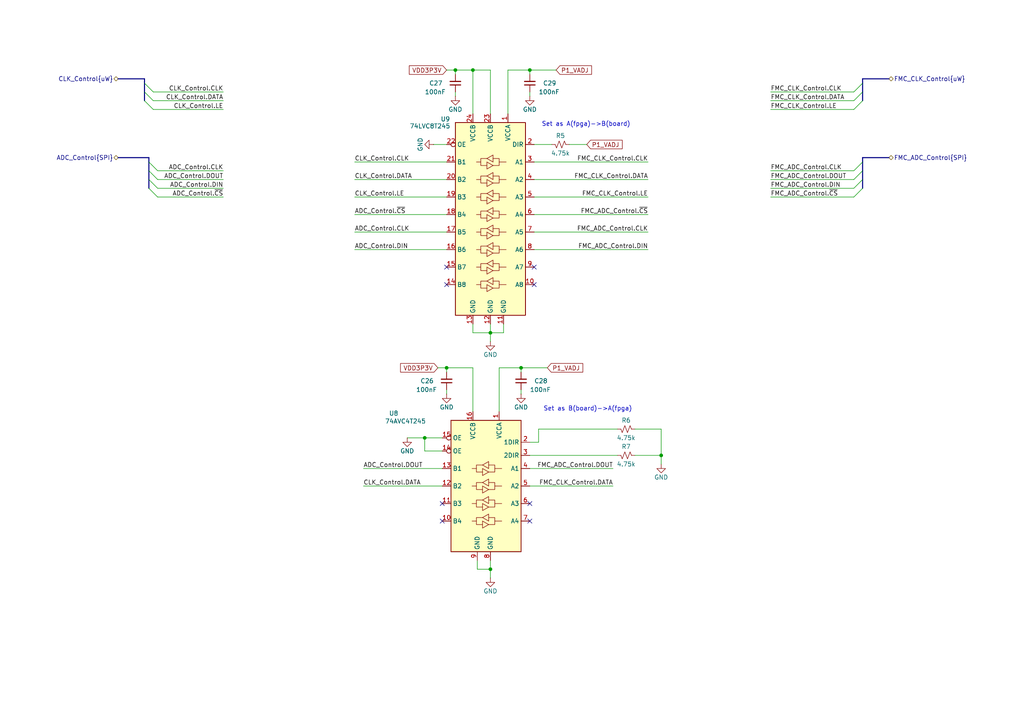
<source format=kicad_sch>
(kicad_sch (version 20250114) (generator "eeschema") (generator_version "9.0")
  (paper "A4")
  (title_block (title "RF Input FMC Board") (date "2025-10-01") (rev "0.1") (company "SPDX-FileCopyrightText: 2025 Osprey DCS") (comment 1 "SPDX-License-Identifier: CERN-OHL-S-2.0+"))
  (lib_symbols
    (symbol "Device:C_Small" (pin_numbers (hide yes)) (pin_names (offset 0.254) (hide yes))
      (property "Reference" "C" (at 0.254 1.778 0))
      (property "Value" "C_Small" (at 0.254 -2.032 0))
      (symbol "C_Small_0_1"
        (polyline (pts (xy -1.524 0.508) (xy 1.524 0.508)) (stroke (width 0.3048)))
        (polyline (pts (xy -1.524 -0.508) (xy 1.524 -0.508)) (stroke (width 0.3302)))
      )
      (symbol "C_Small_1_1"
        (pin passive line (at 0 2.54 270) (length 2.032) (name "~") (number "1"))
        (pin passive line (at 0 -2.54 90) (length 2.032) (name "~") (number "2"))
      )
    )
    (symbol "Device:R_Small_US" (pin_numbers (hide yes)) (pin_names (offset 0.254) (hide yes))
      (property "Reference" "R" (at 0.762 0.508 0))
      (property "Value" "R_Small_US" (at 0.762 -1.016 0))
      (symbol "R_Small_US_1_1"
        (polyline (pts (xy 0 1.524) (xy 1.016 1.143) (xy 0 0.762) (xy -1.016 0.381) (xy 0 0)))
        (polyline (pts (xy 0 0) (xy 1.016 -0.381) (xy 0 -0.762) (xy -1.016 -1.143) (xy 0 -1.524)))
        (pin passive line (at 0 2.54 270) (length 1.016) (name "~") (number "1"))
        (pin passive line (at 0 -2.54 90) (length 1.016) (name "~") (number "2"))
      )
    )
    (symbol "power:GND" (power) (pin_numbers (hide yes)) (pin_names (offset 0) (hide yes))
      (property "Value" "GND" (at 0 -3.81 0))
      (symbol "GND_0_1"
        (polyline (pts (xy 0 0) (xy 0 -1.27) (xy 1.27 -1.27) (xy 0 -2.54) (xy -1.27 -1.27) (xy 0 -1.27)))
      )
      (symbol "GND_1_1"
        (pin power_in line (at 0 0 270) (length 0) (name "~") (number "1"))
      )
    )
    (symbol "rf-input-fmc:74LVC4T245"
      (property "Reference" "U" (at -1.27 1.27 0))
      (symbol "74LVC4T245_0_1"
        (rectangle (start 0 0) (end 20.32 -38.1) (stroke (width 0.254)) (fill (type background)))
        (polyline (pts (xy 7.62 -13.97) (xy 7.62 -12.954) (xy 9.398 -12.954)))
        (polyline (pts (xy 7.62 -24.13) (xy 7.62 -23.114) (xy 9.398 -23.114)))
        (polyline (pts (xy 9.398 -13.97) (xy 9.398 -11.938) (xy 11.176 -12.954) (xy 9.398 -13.97)))
        (polyline (pts (xy 9.398 -14.986) (xy 7.62 -14.986) (xy 7.62 -13.97) (xy 5.588 -13.97)))
        (polyline (pts (xy 9.398 -24.13) (xy 9.398 -22.098) (xy 11.176 -23.114) (xy 9.398 -24.13)))
        (polyline (pts (xy 9.398 -25.146) (xy 7.62 -25.146) (xy 7.62 -24.13) (xy 5.588 -24.13)))
        (polyline (pts (xy 11.176 -12.954) (xy 12.954 -12.954) (xy 12.954 -13.97) (xy 14.224 -13.97)))
        (polyline (pts (xy 11.176 -13.97) (xy 11.176 -15.748) (xy 11.176 -16.002) (xy 9.398 -14.986) (xy 11.176 -13.97)))
        (polyline (pts (xy 11.176 -23.114) (xy 12.954 -23.114) (xy 12.954 -24.13) (xy 14.224 -24.13)))
        (polyline (pts (xy 11.176 -24.13) (xy 11.176 -25.908) (xy 11.176 -26.162) (xy 9.398 -25.146) (xy 11.176 -24.13)))
        (polyline (pts (xy 12.954 -13.97) (xy 12.954 -14.986) (xy 11.176 -14.986)))
        (polyline (pts (xy 12.954 -24.13) (xy 12.954 -25.146) (xy 11.176 -25.146)))
      )
      (symbol "74LVC4T245_1_1"
        (polyline (pts (xy 7.62 -19.05) (xy 7.62 -18.034) (xy 9.398 -18.034)))
        (polyline (pts (xy 7.62 -29.21) (xy 7.62 -28.194) (xy 9.398 -28.194)))
        (polyline (pts (xy 9.398 -19.05) (xy 9.398 -17.018) (xy 11.176 -18.034) (xy 9.398 -19.05)))
        (polyline (pts (xy 9.398 -20.066) (xy 7.62 -20.066) (xy 7.62 -19.05) (xy 5.588 -19.05)))
        (polyline (pts (xy 9.398 -29.21) (xy 9.398 -27.178) (xy 11.176 -28.194) (xy 9.398 -29.21)))
        (polyline (pts (xy 9.398 -30.226) (xy 7.62 -30.226) (xy 7.62 -29.21) (xy 5.588 -29.21)))
        (polyline (pts (xy 11.176 -18.034) (xy 12.954 -18.034) (xy 12.954 -19.05) (xy 14.224 -19.05)))
        (polyline (pts (xy 11.176 -19.05) (xy 11.176 -20.828) (xy 11.176 -21.082) (xy 9.398 -20.066) (xy 11.176 -19.05)))
        (polyline (pts (xy 11.176 -28.194) (xy 12.954 -28.194) (xy 12.954 -29.21) (xy 14.224 -29.21)))
        (polyline (pts (xy 11.176 -29.21) (xy 11.176 -30.988) (xy 11.176 -31.242) (xy 9.398 -30.226) (xy 11.176 -29.21)))
        (polyline (pts (xy 12.954 -19.05) (xy 12.954 -20.066) (xy 11.176 -20.066)))
        (polyline (pts (xy 12.954 -29.21) (xy 12.954 -30.226) (xy 11.176 -30.226)))
        (pin passive line (at -2.54 -6.35 0) (length 2.54) (name "1DIR") (number "2"))
        (pin passive line (at -2.54 -10.16 0) (length 2.54) (name "2DIR") (number "3"))
        (pin bidirectional line (at -2.54 -13.97 0) (length 2.54) (name "A1") (number "4"))
        (pin bidirectional line (at -2.54 -19.05 0) (length 2.54) (name "A2") (number "5"))
        (pin bidirectional line (at -2.54 -24.13 0) (length 2.54) (name "A3") (number "6"))
        (pin bidirectional line (at -2.54 -29.21 0) (length 2.54) (name "A4") (number "7"))
        (pin power_in line (at 6.35 2.54 270) (length 2.54) (name "VCCA") (number "1"))
        (pin power_in line (at 8.89 -40.64 90) (length 2.54) (name "GND") (number "8"))
        (pin power_in line (at 12.7 -40.64 90) (length 2.54) (name "GND") (number "9"))
        (pin power_in line (at 13.97 2.54 270) (length 2.54) (name "VCCB") (number "16"))
        (pin passive inverted (at 22.86 -5.08 180) (length 2.54) (name "OE") (number "15"))
        (pin passive inverted (at 22.86 -8.89 180) (length 2.54) (name "OE") (number "14"))
        (pin bidirectional line (at 22.86 -13.97 180) (length 2.54) (name "B1") (number "13"))
        (pin bidirectional line (at 22.86 -19.05 180) (length 2.54) (name "B2") (number "12"))
        (pin bidirectional line (at 22.86 -24.13 180) (length 2.54) (name "B3") (number "11"))
        (pin bidirectional line (at 22.86 -29.21 180) (length 2.54) (name "B4") (number "10"))
      )
    )
    (symbol "rf-input-fmc:74LVC8T245"
      (property "Reference" "U" (at -5.08 -2.54 0))
      (symbol "74LVC8T245_0_1"
        (rectangle (start 0 -6.35) (end 20.32 -62.23) (stroke (width 0.254)) (fill (type background)))
        (polyline (pts (xy 7.62 -17.78) (xy 7.62 -16.764) (xy 9.398 -16.764)))
        (polyline (pts (xy 7.62 -27.94) (xy 7.62 -26.924) (xy 9.398 -26.924)))
        (polyline (pts (xy 7.62 -38.1) (xy 7.62 -37.084) (xy 9.398 -37.084)))
        (polyline (pts (xy 7.62 -48.26) (xy 7.62 -47.244) (xy 9.398 -47.244)))
        (polyline (pts (xy 9.398 -17.78) (xy 9.398 -15.748) (xy 11.176 -16.764) (xy 9.398 -17.78)))
        (polyline (pts (xy 9.398 -18.796) (xy 7.62 -18.796) (xy 7.62 -17.78) (xy 5.588 -17.78)))
        (polyline (pts (xy 9.398 -27.94) (xy 9.398 -25.908) (xy 11.176 -26.924) (xy 9.398 -27.94)))
        (polyline (pts (xy 9.398 -28.956) (xy 7.62 -28.956) (xy 7.62 -27.94) (xy 5.588 -27.94)))
        (polyline (pts (xy 9.398 -38.1) (xy 9.398 -36.068) (xy 11.176 -37.084) (xy 9.398 -38.1)))
        (polyline (pts (xy 9.398 -39.116) (xy 7.62 -39.116) (xy 7.62 -38.1) (xy 5.588 -38.1)))
        (polyline (pts (xy 9.398 -48.26) (xy 9.398 -46.228) (xy 11.176 -47.244) (xy 9.398 -48.26)))
        (polyline (pts (xy 9.398 -49.276) (xy 7.62 -49.276) (xy 7.62 -48.26) (xy 5.588 -48.26)))
        (polyline (pts (xy 11.176 -16.764) (xy 12.954 -16.764) (xy 12.954 -17.78) (xy 14.224 -17.78)))
        (polyline (pts (xy 11.176 -17.78) (xy 11.176 -19.558) (xy 11.176 -19.812) (xy 9.398 -18.796) (xy 11.176 -17.78)))
        (polyline (pts (xy 11.176 -26.924) (xy 12.954 -26.924) (xy 12.954 -27.94) (xy 14.224 -27.94)))
        (polyline (pts (xy 11.176 -27.94) (xy 11.176 -29.718) (xy 11.176 -29.972) (xy 9.398 -28.956) (xy 11.176 -27.94)))
        (polyline (pts (xy 11.176 -37.084) (xy 12.954 -37.084) (xy 12.954 -38.1) (xy 14.224 -38.1)))
        (polyline (pts (xy 11.176 -38.1) (xy 11.176 -39.878) (xy 11.176 -40.132) (xy 9.398 -39.116) (xy 11.176 -38.1)))
        (polyline (pts (xy 11.176 -47.244) (xy 12.954 -47.244) (xy 12.954 -48.26) (xy 14.224 -48.26)))
        (polyline (pts (xy 11.176 -48.26) (xy 11.176 -50.038) (xy 11.176 -50.292) (xy 9.398 -49.276) (xy 11.176 -48.26)))
        (polyline (pts (xy 12.954 -17.78) (xy 12.954 -18.796) (xy 11.176 -18.796)))
        (polyline (pts (xy 12.954 -27.94) (xy 12.954 -28.956) (xy 11.176 -28.956)))
        (polyline (pts (xy 12.954 -38.1) (xy 12.954 -39.116) (xy 11.176 -39.116)))
        (polyline (pts (xy 12.954 -48.26) (xy 12.954 -49.276) (xy 11.176 -49.276)))
      )
      (symbol "74LVC8T245_1_1"
        (polyline (pts (xy 7.62 -22.86) (xy 7.62 -21.844) (xy 9.398 -21.844)))
        (polyline (pts (xy 7.62 -33.02) (xy 7.62 -32.004) (xy 9.398 -32.004)))
        (polyline (pts (xy 7.62 -43.18) (xy 7.62 -42.164) (xy 9.398 -42.164)))
        (polyline (pts (xy 7.62 -53.34) (xy 7.62 -52.324) (xy 9.398 -52.324)))
        (polyline (pts (xy 9.398 -22.86) (xy 9.398 -20.828) (xy 11.176 -21.844) (xy 9.398 -22.86)))
        (polyline (pts (xy 9.398 -23.876) (xy 7.62 -23.876) (xy 7.62 -22.86) (xy 5.588 -22.86)))
        (polyline (pts (xy 9.398 -33.02) (xy 9.398 -30.988) (xy 11.176 -32.004) (xy 9.398 -33.02)))
        (polyline (pts (xy 9.398 -34.036) (xy 7.62 -34.036) (xy 7.62 -33.02) (xy 5.588 -33.02)))
        (polyline (pts (xy 9.398 -43.18) (xy 9.398 -41.148) (xy 11.176 -42.164) (xy 9.398 -43.18)))
        (polyline (pts (xy 9.398 -44.196) (xy 7.62 -44.196) (xy 7.62 -43.18) (xy 5.588 -43.18)))
        (polyline (pts (xy 9.398 -53.34) (xy 9.398 -51.308) (xy 11.176 -52.324) (xy 9.398 -53.34)))
        (polyline (pts (xy 9.398 -54.356) (xy 7.62 -54.356) (xy 7.62 -53.34) (xy 5.588 -53.34)))
        (polyline (pts (xy 11.176 -21.844) (xy 12.954 -21.844) (xy 12.954 -22.86) (xy 14.224 -22.86)))
        (polyline (pts (xy 11.176 -22.86) (xy 11.176 -24.638) (xy 11.176 -24.892) (xy 9.398 -23.876) (xy 11.176 -22.86)))
        (polyline (pts (xy 11.176 -32.004) (xy 12.954 -32.004) (xy 12.954 -33.02) (xy 14.224 -33.02)))
        (polyline (pts (xy 11.176 -33.02) (xy 11.176 -34.798) (xy 11.176 -35.052) (xy 9.398 -34.036) (xy 11.176 -33.02)))
        (polyline (pts (xy 11.176 -42.164) (xy 12.954 -42.164) (xy 12.954 -43.18) (xy 14.224 -43.18)))
        (polyline (pts (xy 11.176 -43.18) (xy 11.176 -44.958) (xy 11.176 -45.212) (xy 9.398 -44.196) (xy 11.176 -43.18)))
        (polyline (pts (xy 11.176 -52.324) (xy 12.954 -52.324) (xy 12.954 -53.34) (xy 14.224 -53.34)))
        (polyline (pts (xy 11.176 -53.34) (xy 11.176 -55.118) (xy 11.176 -55.372) (xy 9.398 -54.356) (xy 11.176 -53.34)))
        (polyline (pts (xy 12.954 -22.86) (xy 12.954 -23.876) (xy 11.176 -23.876)))
        (polyline (pts (xy 12.954 -33.02) (xy 12.954 -34.036) (xy 11.176 -34.036)))
        (polyline (pts (xy 12.954 -43.18) (xy 12.954 -44.196) (xy 11.176 -44.196)))
        (polyline (pts (xy 12.954 -53.34) (xy 12.954 -54.356) (xy 11.176 -54.356)))
        (pin passive line (at -2.54 -12.7 0) (length 2.54) (name "DIR") (number "2"))
        (pin bidirectional line (at -2.54 -17.78 0) (length 2.54) (name "A1") (number "3"))
        (pin bidirectional line (at -2.54 -22.86 0) (length 2.54) (name "A2") (number "4"))
        (pin bidirectional line (at -2.54 -27.94 0) (length 2.54) (name "A3") (number "5"))
        (pin bidirectional line (at -2.54 -33.02 0) (length 2.54) (name "A4") (number "6"))
        (pin bidirectional line (at -2.54 -38.1 0) (length 2.54) (name "A5") (number "7"))
        (pin bidirectional line (at -2.54 -43.18 0) (length 2.54) (name "A6") (number "8"))
        (pin bidirectional line (at -2.54 -48.26 0) (length 2.54) (name "A7") (number "9"))
        (pin bidirectional line (at -2.54 -53.34 0) (length 2.54) (name "A8") (number "10"))
        (pin power_in line (at 5.08 -3.81 270) (length 2.54) (name "VCCA") (number "1"))
        (pin power_in line (at 6.35 -64.77 90) (length 2.54) (name "GND") (number "11"))
        (pin power_in line (at 10.16 -3.81 270) (length 2.54) (name "VCCB") (number "23"))
        (pin power_in line (at 10.16 -64.77 90) (length 2.54) (name "GND") (number "12"))
        (pin power_in line (at 15.24 -3.81 270) (length 2.54) (name "VCCB") (number "24"))
        (pin power_in line (at 15.24 -64.77 90) (length 2.54) (name "GND") (number "13"))
        (pin passive inverted (at 22.86 -12.7 180) (length 2.54) (name "OE") (number "22"))
        (pin bidirectional line (at 22.86 -17.78 180) (length 2.54) (name "B1") (number "21"))
        (pin bidirectional line (at 22.86 -22.86 180) (length 2.54) (name "B2") (number "20"))
        (pin bidirectional line (at 22.86 -27.94 180) (length 2.54) (name "B3") (number "19"))
        (pin bidirectional line (at 22.86 -33.02 180) (length 2.54) (name "B4") (number "18"))
        (pin bidirectional line (at 22.86 -38.1 180) (length 2.54) (name "B5") (number "17"))
        (pin bidirectional line (at 22.86 -43.18 180) (length 2.54) (name "B6") (number "16"))
        (pin bidirectional line (at 22.86 -48.26 180) (length 2.54) (name "B7") (number "15"))
        (pin bidirectional line (at 22.86 -53.34 180) (length 2.54) (name "B8") (number "14"))
      )
    )
  )
  (bus_alias "uW" (members "CLK" "DATA" "LE"))
  (text "Set as A(fpga)->B(board)" (at 182.88 36.83 0) (effects (font (size 1.27 1.27)) (justify right bottom)))
  (text "Set as B(board)->A(fpga)\n" (at 183.388 119.38 0) (effects (font (size 1.27 1.27)) (justify right bottom)))
  (junction (at 153.67 20.32))
  (junction (at 191.77 132.08))
  (junction (at 142.24 165.1))
  (junction (at 151.13 106.68))
  (junction (at 132.08 20.32))
  (junction (at 137.16 20.32))
  (junction (at 123.19 127))
  (junction (at 129.54 106.68))
  (junction (at 142.24 96.52))
  (no_connect (at 154.94 82.55))
  (no_connect (at 154.94 77.47))
  (no_connect (at 129.54 77.47))
  (no_connect (at 128.27 146.05))
  (no_connect (at 128.27 151.13))
  (no_connect (at 153.67 146.05))
  (no_connect (at 129.54 82.55))
  (no_connect (at 153.67 151.13))
  (bus_entry (at 41.91 29.21) (size 2.54 2.54))
  (bus_entry (at 43.18 54.61) (size 2.54 2.54))
  (bus_entry (at 43.18 52.07) (size 2.54 2.54))
  (bus_entry (at 250.19 49.53) (size -2.54 2.54))
  (bus_entry (at 41.91 24.13) (size 2.54 2.54))
  (bus_entry (at 250.19 29.21) (size -2.54 2.54))
  (bus_entry (at 43.18 46.99) (size 2.54 2.54))
  (bus_entry (at 250.19 24.13) (size -2.54 2.54))
  (bus_entry (at 250.19 26.67) (size -2.54 2.54))
  (bus_entry (at 250.19 46.99) (size -2.54 2.54))
  (bus_entry (at 43.18 49.53) (size 2.54 2.54))
  (bus_entry (at 250.19 52.07) (size -2.54 2.54))
  (bus_entry (at 250.19 54.61) (size -2.54 2.54))
  (bus_entry (at 41.91 26.67) (size 2.54 2.54))
  (wire (pts (xy 191.77 124.46) (xy 191.77 132.08)))
  (wire (pts (xy 45.72 54.61) (xy 64.77 54.61)))
  (wire (pts (xy 129.54 20.32) (xy 132.08 20.32)))
  (bus (pts (xy 41.91 24.13) (xy 41.91 26.67)))
  (wire (pts (xy 44.45 26.67) (xy 64.77 26.67)))
  (wire (pts (xy 137.16 20.32) (xy 142.24 20.32)))
  (bus (pts (xy 257.81 22.86) (xy 250.19 22.86)))
  (wire (pts (xy 153.67 20.32) (xy 161.29 20.32)))
  (wire (pts (xy 128.27 135.89) (xy 105.41 135.89)))
  (wire (pts (xy 184.15 124.46) (xy 191.77 124.46)))
  (bus (pts (xy 34.29 22.86) (xy 41.91 22.86)))
  (wire (pts (xy 102.87 62.23) (xy 129.54 62.23)))
  (bus (pts (xy 43.18 52.07) (xy 43.18 54.61)))
  (bus (pts (xy 250.19 26.67) (xy 250.19 29.21)))
  (wire (pts (xy 151.13 113.03) (xy 151.13 114.3)))
  (wire (pts (xy 223.52 31.75) (xy 247.65 31.75)))
  (wire (pts (xy 144.78 119.38) (xy 144.78 106.68)))
  (wire (pts (xy 151.13 106.68) (xy 158.75 106.68)))
  (wire (pts (xy 123.19 127) (xy 118.11 127)))
  (wire (pts (xy 223.52 52.07) (xy 247.65 52.07)))
  (wire (pts (xy 44.45 29.21) (xy 64.77 29.21)))
  (wire (pts (xy 153.67 140.97) (xy 177.8 140.97)))
  (wire (pts (xy 191.77 132.08) (xy 191.77 134.62)))
  (wire (pts (xy 144.78 106.68) (xy 151.13 106.68)))
  (wire (pts (xy 154.94 57.15) (xy 187.96 57.15)))
  (wire (pts (xy 142.24 96.52) (xy 137.16 96.52)))
  (wire (pts (xy 45.72 52.07) (xy 64.77 52.07)))
  (wire (pts (xy 146.05 93.98) (xy 146.05 96.52)))
  (bus (pts (xy 250.19 46.99) (xy 250.19 49.53)))
  (wire (pts (xy 127 106.68) (xy 129.54 106.68)))
  (wire (pts (xy 132.08 20.32) (xy 137.16 20.32)))
  (bus (pts (xy 43.18 49.53) (xy 43.18 52.07)))
  (wire (pts (xy 129.54 113.03) (xy 129.54 114.3)))
  (bus (pts (xy 41.91 26.67) (xy 41.91 29.21)))
  (wire (pts (xy 137.16 96.52) (xy 137.16 93.98)))
  (wire (pts (xy 138.43 165.1) (xy 142.24 165.1)))
  (wire (pts (xy 102.87 67.31) (xy 129.54 67.31)))
  (wire (pts (xy 45.72 57.15) (xy 64.77 57.15)))
  (wire (pts (xy 102.87 72.39) (xy 129.54 72.39)))
  (bus (pts (xy 250.19 45.72) (xy 257.81 45.72)))
  (wire (pts (xy 187.96 62.23) (xy 154.94 62.23)))
  (wire (pts (xy 156.21 128.27) (xy 153.67 128.27)))
  (wire (pts (xy 142.24 165.1) (xy 142.24 167.64)))
  (wire (pts (xy 44.45 31.75) (xy 64.77 31.75)))
  (bus (pts (xy 41.91 22.86) (xy 41.91 24.13)))
  (wire (pts (xy 45.72 49.53) (xy 64.77 49.53)))
  (wire (pts (xy 142.24 96.52) (xy 142.24 99.06)))
  (wire (pts (xy 102.87 46.99) (xy 129.54 46.99)))
  (wire (pts (xy 223.52 26.67) (xy 247.65 26.67)))
  (wire (pts (xy 138.43 162.56) (xy 138.43 165.1)))
  (bus (pts (xy 250.19 22.86) (xy 250.19 24.13)))
  (bus (pts (xy 250.19 24.13) (xy 250.19 26.67)))
  (wire (pts (xy 154.94 52.07) (xy 187.96 52.07)))
  (wire (pts (xy 142.24 162.56) (xy 142.24 165.1)))
  (bus (pts (xy 250.19 45.72) (xy 250.19 46.99)))
  (wire (pts (xy 123.19 130.81) (xy 123.19 127)))
  (wire (pts (xy 160.02 41.91) (xy 154.94 41.91)))
  (wire (pts (xy 146.05 96.52) (xy 142.24 96.52)))
  (wire (pts (xy 129.54 41.91) (xy 125.73 41.91)))
  (wire (pts (xy 187.96 72.39) (xy 154.94 72.39)))
  (wire (pts (xy 153.67 132.08) (xy 179.07 132.08)))
  (bus (pts (xy 43.18 45.72) (xy 34.29 45.72)))
  (wire (pts (xy 102.87 57.15) (xy 129.54 57.15)))
  (wire (pts (xy 223.52 57.15) (xy 247.65 57.15)))
  (wire (pts (xy 153.67 26.67) (xy 153.67 27.94)))
  (wire (pts (xy 132.08 20.32) (xy 132.08 21.59)))
  (wire (pts (xy 142.24 93.98) (xy 142.24 96.52)))
  (wire (pts (xy 184.15 132.08) (xy 191.77 132.08)))
  (wire (pts (xy 129.54 106.68) (xy 129.54 107.95)))
  (wire (pts (xy 151.13 106.68) (xy 151.13 107.95)))
  (bus (pts (xy 250.19 52.07) (xy 250.19 54.61)))
  (bus (pts (xy 250.19 49.53) (xy 250.19 52.07)))
  (wire (pts (xy 156.21 128.27) (xy 156.21 124.46)))
  (wire (pts (xy 128.27 127) (xy 123.19 127)))
  (wire (pts (xy 187.96 67.31) (xy 154.94 67.31)))
  (wire (pts (xy 132.08 26.67) (xy 132.08 27.94)))
  (wire (pts (xy 153.67 135.89) (xy 177.8 135.89)))
  (wire (pts (xy 154.94 46.99) (xy 187.96 46.99)))
  (wire (pts (xy 137.16 106.68) (xy 129.54 106.68)))
  (wire (pts (xy 142.24 20.32) (xy 142.24 33.02)))
  (wire (pts (xy 223.52 54.61) (xy 247.65 54.61)))
  (wire (pts (xy 128.27 130.81) (xy 123.19 130.81)))
  (wire (pts (xy 179.07 124.46) (xy 156.21 124.46)))
  (wire (pts (xy 137.16 106.68) (xy 137.16 119.38)))
  (bus (pts (xy 43.18 45.72) (xy 43.18 46.99)))
  (wire (pts (xy 153.67 20.32) (xy 153.67 21.59)))
  (wire (pts (xy 128.27 140.97) (xy 105.41 140.97)))
  (wire (pts (xy 223.52 29.21) (xy 247.65 29.21)))
  (wire (pts (xy 147.32 20.32) (xy 153.67 20.32)))
  (wire (pts (xy 223.52 49.53) (xy 247.65 49.53)))
  (wire (pts (xy 147.32 33.02) (xy 147.32 20.32)))
  (bus (pts (xy 43.18 46.99) (xy 43.18 49.53)))
  (wire (pts (xy 137.16 20.32) (xy 137.16 33.02)))
  (wire (pts (xy 102.87 52.07) (xy 129.54 52.07)))
  (wire (pts (xy 170.18 41.91) (xy 165.1 41.91)))
  (label "ADC_Control.DIN" (at 102.87 72.39 0))
  (label "ADC_Control.CLK" (at 64.77 49.53 180))
  (label "CLK_Control.CLK" (at 64.77 26.67 180))
  (label "ADC_Control.DOUT" (at 105.41 135.89 0))
  (label "FMC_ADC_Control.DIN" (at 223.52 54.61 0))
  (label "ADC_Control.~{CS}" (at 64.77 57.15 180))
  (label "CLK_Control.LE" (at 102.87 57.15 0))
  (label "FMC_CLK_Control.DATA" (at 177.8 140.97 180))
  (label "ADC_Control.~{CS}" (at 102.87 62.23 0))
  (label "ADC_Control.CLK" (at 102.87 67.31 0))
  (label "ADC_Control.DOUT" (at 64.77 52.07 180))
  (label "FMC_CLK_Control.CLK" (at 187.96 46.99 180))
  (label "FMC_CLK_Control.DATA" (at 187.96 52.07 180))
  (label "FMC_CLK_Control.LE" (at 187.96 57.15 180))
  (label "FMC_CLK_Control.LE" (at 223.52 31.75 0))
  (label "CLK_Control.LE" (at 64.77 31.75 180))
  (label "FMC_ADC_Control.~{CS}" (at 187.96 62.23 180))
  (label "FMC_ADC_Control.CLK" (at 187.96 67.31 180))
  (label "FMC_ADC_Control.DOUT" (at 223.52 52.07 0))
  (label "FMC_ADC_Control.~{CS}" (at 223.52 57.15 0))
  (label "FMC_CLK_Control.DATA" (at 223.52 29.21 0))
  (label "CLK_Control.CLK" (at 102.87 46.99 0))
  (label "CLK_Control.DATA" (at 105.41 140.97 0))
  (label "FMC_ADC_Control.CLK" (at 223.52 49.53 0))
  (label "ADC_Control.DIN" (at 64.77 54.61 180))
  (label "CLK_Control.DATA" (at 64.77 29.21 180))
  (label "FMC_ADC_Control.DOUT" (at 177.8 135.89 180))
  (label "FMC_CLK_Control.CLK" (at 223.52 26.67 0))
  (label "FMC_ADC_Control.DIN" (at 187.96 72.39 180))
  (label "CLK_Control.DATA" (at 102.87 52.07 0))
  (global_label "P1_VADJ" (shape input) (at 170.18 41.91 0) (property "Intersheetrefs" "${INTERSHEET_REFS}" (at 181.0271 41.91 0) (effects (justify left))))
  (global_label "VDD3P3V" (shape input) (at 129.54 20.32 180) (property "Intersheetrefs" "${INTERSHEET_REFS}" (at 118.228 20.32 0) (effects (justify right))))
  (global_label "VDD3P3V" (shape input) (at 127 106.68 180) (property "Intersheetrefs" "${INTERSHEET_REFS}" (at 115.688 106.68 0) (effects (justify right))))
  (global_label "P1_VADJ" (shape input) (at 158.75 106.68 0) (property "Intersheetrefs" "${INTERSHEET_REFS}" (at 169.5971 106.68 0) (effects (justify left))))
  (global_label "P1_VADJ" (shape input) (at 161.29 20.32 0) (property "Intersheetrefs" "${INTERSHEET_REFS}" (at 172.1371 20.32 0) (effects (justify left))))
  (hierarchical_label "ADC_Control{SPI}" (shape bidirectional) (at 34.29 45.72 180))
  (hierarchical_label "FMC_ADC_Control{SPI}" (shape bidirectional) (at 257.81 45.72 0))
  (hierarchical_label "CLK_Control{uW}" (shape bidirectional) (at 34.29 22.86 180))
  (hierarchical_label "FMC_CLK_Control{uW}" (shape bidirectional) (at 257.81 22.86 0))
  (symbol (lib_id "power:GND") (at 142.24 99.06 0) (mirror y) (unit 1)
    (property "Reference" "#PWR025" (effects (hide yes)))
    (property "Value" "GND" (at 142.24 102.87 0))
    (property "Description" "Power symbol creates a global label with name \"GND\" , ground" (effects (hide yes)))
  )
  (symbol (lib_id "Device:R_Small_US") (at 162.56 41.91 90) (mirror x) (unit 1)
    (property "Reference" "R5" (at 162.56 39.37 90))
    (property "Value" "4.75k" (at 162.56 44.45 90))
    (property "Footprint" "Resistor_SMD:R_0603_1608Metric" (effects (hide yes)))
    (property "MPN" "RC0603FR-074K42L" (effects (hide yes)))
    (property "Manufacturer" "YAGEO" (effects (hide yes)))
  )
  (symbol (lib_id "rf-input-fmc:74LVC4T245") (at 151.13 121.92 0) (mirror y) (unit 1)
    (property "Reference" "U8" (at 115.57 119.888 0) (effects (justify left)))
    (property "Value" "74AVC4T245" (at 117.602 122.174 0))
    (property "Footprint" "Package_SO:TSSOP-16_4.4x5mm_P0.65mm" (effects (hide yes)))
    (property "MPN" "SN74AVC4T245PWR " (effects (hide yes)))
    (property "Manufacturer" "Texas Instruments" (effects (hide yes)))
  )
  (symbol (lib_id "power:GND") (at 125.73 41.91 270) (mirror x) (unit 1)
    (property "Reference" "#PWR022" (effects (hide yes)))
    (property "Value" "GND" (at 121.92 41.91 0))
    (property "Description" "Power symbol creates a global label with name \"GND\" , ground" (effects (hide yes)))
  )
  (symbol (lib_id "rf-input-fmc:74LVC8T245") (at 152.4 29.21 0) (mirror y) (unit 1)
    (property "Reference" "U9" (at 130.556 34.544 0) (effects (justify left)))
    (property "Value" "74LVC8T245" (at 124.714 36.576 0))
    (property "Footprint" "Package_SO:TSSOP-24_4.4x7.8mm_P0.65mm" (effects (hide yes)))
    (property "MPN" "SN74LVC8T245PWR " (effects (hide yes)))
    (property "Manufacturer" "Texas Instruments" (effects (hide yes)))
  )
  (symbol (lib_id "Device:R_Small_US") (at 181.61 124.46 90) (mirror x) (unit 1)
    (property "Reference" "R6" (at 181.61 121.92 90))
    (property "Value" "4.75k" (at 181.61 127 90))
    (property "Footprint" "Resistor_SMD:R_0603_1608Metric" (effects (hide yes)))
    (property "MPN" "RC0603FR-074K42L" (effects (hide yes)))
    (property "Manufacturer" "YAGEO" (effects (hide yes)))
  )
  (symbol (lib_id "Device:C_Small") (at 153.67 24.13 0) (mirror x) (unit 1)
    (property "Reference" "C29" (at 157.48 24.13 0) (effects (justify left)))
    (property "Value" "100nF" (at 156.21 26.67 0) (effects (justify left)))
    (property "Footprint" "Capacitor_SMD:C_0402_1005Metric" (effects (hide yes)))
    (property "MPN" "GRM155R61A104KA01D " (effects (hide yes)))
    (property "Manufacturer" "Murata" (effects (hide yes)))
  )
  (symbol (lib_id "power:GND") (at 118.11 127 0) (mirror y) (unit 1)
    (property "Reference" "#PWR021" (effects (hide yes)))
    (property "Value" "GND" (at 118.11 130.81 0))
    (property "Description" "Power symbol creates a global label with name \"GND\" , ground" (effects (hide yes)))
  )
  (symbol (lib_id "Device:C_Small") (at 129.54 110.49 0) (mirror x) (unit 1)
    (property "Reference" "C26" (at 121.92 110.49 0) (effects (justify left)))
    (property "Value" "100nF" (at 120.65 113.03 0) (effects (justify left)))
    (property "Footprint" "Capacitor_SMD:C_0402_1005Metric" (effects (hide yes)))
    (property "MPN" "GRM155R61A104KA01D " (effects (hide yes)))
    (property "Manufacturer" "Murata" (effects (hide yes)))
  )
  (symbol (lib_id "Device:C_Small") (at 132.08 24.13 0) (mirror x) (unit 1)
    (property "Reference" "C27" (at 124.46 24.13 0) (effects (justify left)))
    (property "Value" "100nF" (at 123.19 26.67 0) (effects (justify left)))
    (property "Footprint" "Capacitor_SMD:C_0402_1005Metric" (effects (hide yes)))
    (property "MPN" "GRM155R61A104KA01D " (effects (hide yes)))
    (property "Manufacturer" "Murata" (effects (hide yes)))
  )
  (symbol (lib_id "power:GND") (at 129.54 114.3 0) (mirror y) (unit 1)
    (property "Reference" "#PWR023" (effects (hide yes)))
    (property "Value" "GND" (at 129.54 118.11 0))
    (property "Description" "Power symbol creates a global label with name \"GND\" , ground" (effects (hide yes)))
  )
  (symbol (lib_id "power:GND") (at 151.13 114.3 0) (mirror y) (unit 1)
    (property "Reference" "#PWR027" (effects (hide yes)))
    (property "Value" "GND" (at 151.13 118.11 0))
    (property "Description" "Power symbol creates a global label with name \"GND\" , ground" (effects (hide yes)))
  )
  (symbol (lib_id "Device:C_Small") (at 151.13 110.49 0) (mirror x) (unit 1)
    (property "Reference" "C28" (at 154.94 110.49 0) (effects (justify left)))
    (property "Value" "100nF" (at 153.67 113.03 0) (effects (justify left)))
    (property "Footprint" "Capacitor_SMD:C_0402_1005Metric" (effects (hide yes)))
    (property "MPN" "GRM155R61A104KA01D " (effects (hide yes)))
    (property "Manufacturer" "Murata" (effects (hide yes)))
  )
  (symbol (lib_id "power:GND") (at 132.08 27.94 0) (mirror y) (unit 1)
    (property "Reference" "#PWR024" (effects (hide yes)))
    (property "Value" "GND" (at 132.08 31.75 0))
    (property "Description" "Power symbol creates a global label with name \"GND\" , ground" (effects (hide yes)))
  )
  (symbol (lib_id "Device:R_Small_US") (at 181.61 132.08 90) (mirror x) (unit 1)
    (property "Reference" "R7" (at 181.61 129.54 90))
    (property "Value" "4.75k" (at 181.61 134.62 90))
    (property "Footprint" "Resistor_SMD:R_0603_1608Metric" (effects (hide yes)))
    (property "MPN" "RC0603FR-074K42L" (effects (hide yes)))
    (property "Manufacturer" "YAGEO" (effects (hide yes)))
  )
  (symbol (lib_id "power:GND") (at 142.24 167.64 0) (mirror y) (unit 1)
    (property "Reference" "#PWR026" (effects (hide yes)))
    (property "Value" "GND" (at 142.24 171.45 0))
    (property "Description" "Power symbol creates a global label with name \"GND\" , ground" (effects (hide yes)))
  )
  (symbol (lib_id "power:GND") (at 191.77 134.62 0) (mirror y) (unit 1)
    (property "Reference" "#PWR029" (effects (hide yes)))
    (property "Value" "GND" (at 191.77 138.43 0))
    (property "Description" "Power symbol creates a global label with name \"GND\" , ground" (effects (hide yes)))
  )
  (symbol (lib_id "power:GND") (at 153.67 27.94 0) (mirror y) (unit 1)
    (property "Reference" "#PWR028" (effects (hide yes)))
    (property "Value" "GND" (at 153.67 31.75 0))
    (property "Description" "Power symbol creates a global label with name \"GND\" , ground" (effects (hide yes)))
  )
)
</source>
